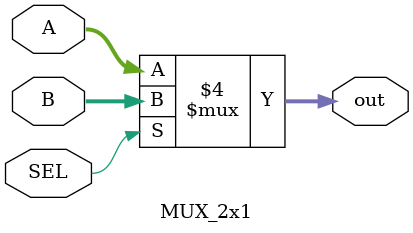
<source format=v>
module MUX_2x1 #(
    parameter WIDTH=32
) (
    input  [WIDTH-1:0] A,
    input  [WIDTH-1:0] B,
    input   SEL,
    output reg [WIDTH-1:0] out 
);
    always @(*) begin
        if (SEL==1'b0) begin
            out<=A;
        end
        else begin 
            out<=B;
        end
    end



endmodule
</source>
